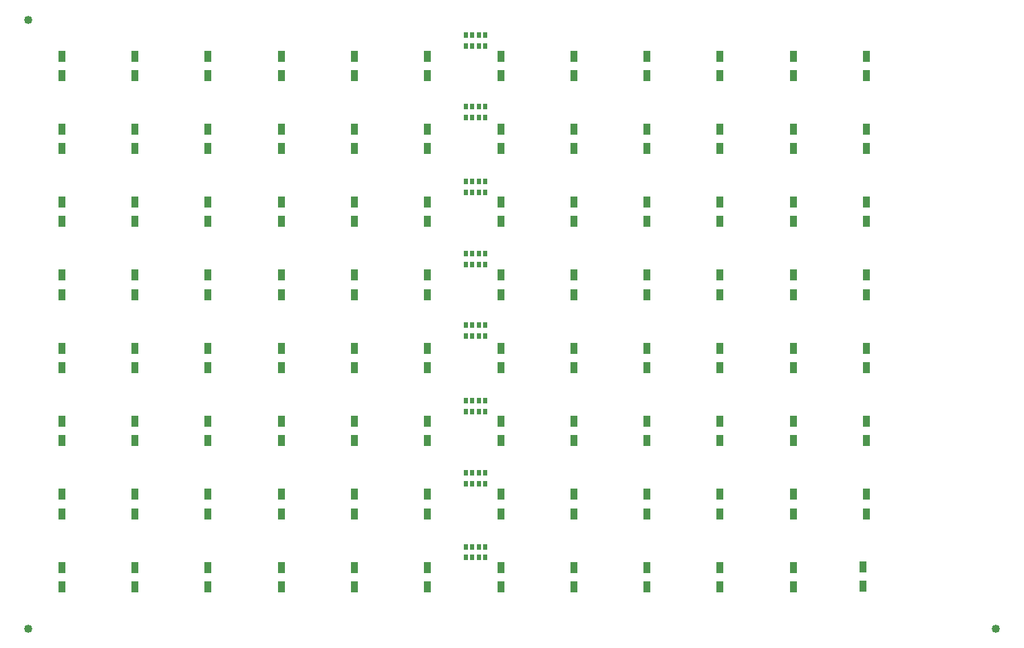
<source format=gtp>
G75*
%MOIN*%
%OFA0B0*%
%FSLAX25Y25*%
%IPPOS*%
%LPD*%
%AMOC8*
5,1,8,0,0,1.08239X$1,22.5*
%
%ADD10C,0.04000*%
%ADD11R,0.03543X0.05512*%
%ADD12R,0.01969X0.02559*%
D10*
X0096107Y0075107D03*
X0096107Y0370383D03*
X0564611Y0075107D03*
D11*
X0500414Y0095631D03*
X0500414Y0105080D03*
X0466548Y0104753D03*
X0466548Y0095304D03*
X0431115Y0095304D03*
X0431115Y0104753D03*
X0395682Y0104753D03*
X0395682Y0095304D03*
X0360249Y0095304D03*
X0360249Y0104753D03*
X0360249Y0130737D03*
X0360249Y0140186D03*
X0395682Y0140186D03*
X0395682Y0130737D03*
X0431115Y0130737D03*
X0431115Y0140186D03*
X0431115Y0166170D03*
X0431115Y0175619D03*
X0395682Y0175619D03*
X0395682Y0166170D03*
X0360249Y0166170D03*
X0360249Y0175619D03*
X0360249Y0201603D03*
X0360249Y0211052D03*
X0395682Y0211052D03*
X0395682Y0201603D03*
X0431115Y0201603D03*
X0431115Y0211052D03*
X0431115Y0237036D03*
X0431115Y0246485D03*
X0395682Y0246485D03*
X0395682Y0237036D03*
X0360249Y0237036D03*
X0360249Y0246485D03*
X0360249Y0272469D03*
X0360249Y0281918D03*
X0395682Y0281918D03*
X0395682Y0272469D03*
X0431115Y0272469D03*
X0431115Y0281918D03*
X0431115Y0307902D03*
X0431115Y0317351D03*
X0395682Y0317351D03*
X0395682Y0307902D03*
X0360249Y0307902D03*
X0360249Y0317351D03*
X0360249Y0343335D03*
X0360249Y0352784D03*
X0395682Y0352784D03*
X0395682Y0343335D03*
X0431115Y0343335D03*
X0431115Y0352784D03*
X0466548Y0352784D03*
X0466548Y0343335D03*
X0501981Y0343335D03*
X0501981Y0352784D03*
X0501981Y0317351D03*
X0501981Y0307902D03*
X0466548Y0307902D03*
X0466548Y0317351D03*
X0466548Y0281918D03*
X0466548Y0272469D03*
X0501981Y0272469D03*
X0501981Y0281918D03*
X0501981Y0246485D03*
X0501981Y0237036D03*
X0466548Y0237036D03*
X0466548Y0246485D03*
X0466548Y0211052D03*
X0466548Y0201603D03*
X0501981Y0201603D03*
X0501981Y0211052D03*
X0501981Y0175619D03*
X0501981Y0166170D03*
X0466548Y0166170D03*
X0466548Y0175619D03*
X0466548Y0140186D03*
X0466548Y0130737D03*
X0501981Y0130737D03*
X0501981Y0140186D03*
X0324816Y0140186D03*
X0324816Y0130737D03*
X0289383Y0130737D03*
X0289383Y0140186D03*
X0253950Y0140186D03*
X0253950Y0130737D03*
X0253950Y0104753D03*
X0253950Y0095304D03*
X0289383Y0095304D03*
X0289383Y0104753D03*
X0324816Y0104753D03*
X0324816Y0095304D03*
X0324816Y0166170D03*
X0324816Y0175619D03*
X0289383Y0175619D03*
X0289383Y0166170D03*
X0253950Y0166170D03*
X0253950Y0175619D03*
X0253950Y0201603D03*
X0253950Y0211052D03*
X0289383Y0211052D03*
X0289383Y0201603D03*
X0324816Y0201603D03*
X0324816Y0211052D03*
X0324816Y0237036D03*
X0324816Y0246485D03*
X0289383Y0246485D03*
X0289383Y0237036D03*
X0253950Y0237036D03*
X0253950Y0246485D03*
X0253950Y0272469D03*
X0253950Y0281918D03*
X0289383Y0281918D03*
X0289383Y0272469D03*
X0324816Y0272469D03*
X0324816Y0281918D03*
X0324816Y0307902D03*
X0324816Y0317351D03*
X0289383Y0317351D03*
X0289383Y0307902D03*
X0253950Y0307902D03*
X0253950Y0317351D03*
X0253950Y0343335D03*
X0253950Y0352784D03*
X0289383Y0352784D03*
X0289383Y0343335D03*
X0324816Y0343335D03*
X0324816Y0352784D03*
X0218517Y0352784D03*
X0218517Y0343335D03*
X0183083Y0343335D03*
X0183083Y0352784D03*
X0147650Y0352784D03*
X0147650Y0343335D03*
X0147650Y0317351D03*
X0147650Y0307902D03*
X0183083Y0307902D03*
X0183083Y0317351D03*
X0218517Y0317351D03*
X0218517Y0307902D03*
X0218517Y0281918D03*
X0218517Y0272469D03*
X0183083Y0272469D03*
X0183083Y0281918D03*
X0147650Y0281918D03*
X0147650Y0272469D03*
X0147650Y0246485D03*
X0147650Y0237036D03*
X0183083Y0237036D03*
X0183083Y0246485D03*
X0218517Y0246485D03*
X0218517Y0237036D03*
X0218517Y0211052D03*
X0218517Y0201603D03*
X0183083Y0201603D03*
X0183083Y0211052D03*
X0147650Y0211052D03*
X0147650Y0201603D03*
X0147650Y0175619D03*
X0147650Y0166170D03*
X0183083Y0166170D03*
X0183083Y0175619D03*
X0218517Y0175619D03*
X0218517Y0166170D03*
X0218517Y0140186D03*
X0218517Y0130737D03*
X0183083Y0130737D03*
X0183083Y0140186D03*
X0147650Y0140186D03*
X0147650Y0130737D03*
X0147650Y0104753D03*
X0147650Y0095304D03*
X0183083Y0095304D03*
X0183083Y0104753D03*
X0218517Y0104753D03*
X0218517Y0095304D03*
X0112217Y0095304D03*
X0112217Y0104753D03*
X0112217Y0130737D03*
X0112217Y0140186D03*
X0112217Y0166170D03*
X0112217Y0175619D03*
X0112217Y0201603D03*
X0112217Y0211052D03*
X0112217Y0237036D03*
X0112217Y0246485D03*
X0112217Y0272469D03*
X0112217Y0281918D03*
X0112217Y0307902D03*
X0112217Y0317351D03*
X0112217Y0343335D03*
X0112217Y0352784D03*
D12*
X0307918Y0357489D03*
X0311068Y0357489D03*
X0314217Y0357489D03*
X0317367Y0357489D03*
X0317367Y0362804D03*
X0314217Y0362804D03*
X0311068Y0362804D03*
X0307918Y0362804D03*
X0307918Y0328158D03*
X0311068Y0328158D03*
X0314217Y0328158D03*
X0317367Y0328158D03*
X0317367Y0322843D03*
X0314217Y0322843D03*
X0311068Y0322843D03*
X0307918Y0322843D03*
X0307918Y0291938D03*
X0311068Y0291938D03*
X0314217Y0291938D03*
X0317367Y0291938D03*
X0317367Y0286623D03*
X0314217Y0286623D03*
X0311068Y0286623D03*
X0307918Y0286623D03*
X0307918Y0256898D03*
X0311068Y0256898D03*
X0314217Y0256898D03*
X0317367Y0256898D03*
X0317367Y0251583D03*
X0314217Y0251583D03*
X0311068Y0251583D03*
X0307918Y0251583D03*
X0307918Y0222253D03*
X0311068Y0222253D03*
X0314217Y0222253D03*
X0317367Y0222253D03*
X0317367Y0216938D03*
X0314217Y0216938D03*
X0311068Y0216938D03*
X0307918Y0216938D03*
X0307918Y0185639D03*
X0311068Y0185639D03*
X0314217Y0185639D03*
X0317367Y0185639D03*
X0317367Y0180324D03*
X0314217Y0180324D03*
X0311068Y0180324D03*
X0307918Y0180324D03*
X0307918Y0150599D03*
X0311068Y0150599D03*
X0314217Y0150599D03*
X0317367Y0150599D03*
X0317367Y0145284D03*
X0314217Y0145284D03*
X0311068Y0145284D03*
X0307918Y0145284D03*
X0307918Y0114772D03*
X0311068Y0114772D03*
X0314217Y0114772D03*
X0317367Y0114772D03*
X0317367Y0109457D03*
X0314217Y0109457D03*
X0311068Y0109457D03*
X0307918Y0109457D03*
M02*

</source>
